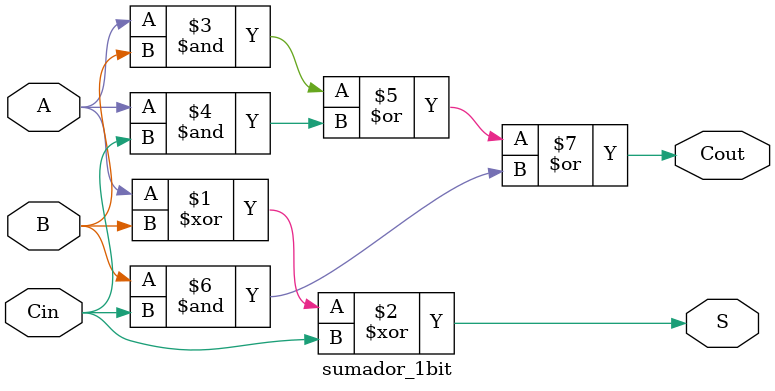
<source format=sv>
module sumador_1bit (
    input  logic A,       // Operando A
    input  logic B,       // Operando B
    input  logic Cin,     // Acarreo de entrada
    output logic S,       // Suma (bit resultante)
    output logic Cout     // Acarreo de salida
);
    assign S = A ^ B ^ Cin; 
    assign Cout = (A & B) | (A & Cin) | (B & Cin); 
endmodule

</source>
